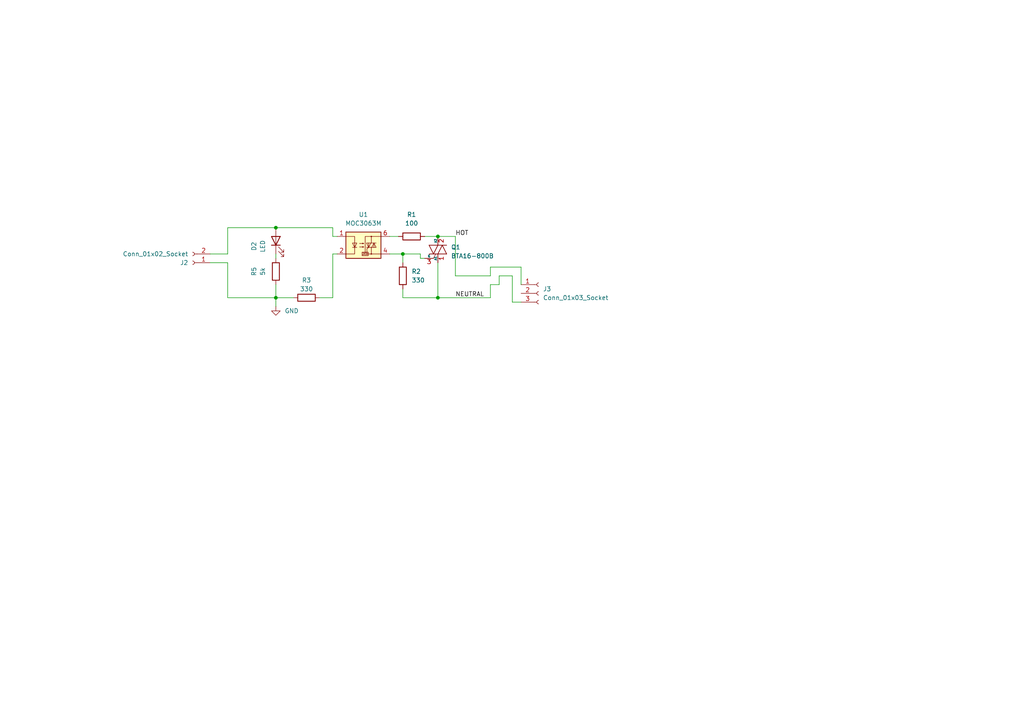
<source format=kicad_sch>
(kicad_sch (version 20250114) (generator "eeschema") (generator_version "9.0")
  (paper "A4")
  (lib_symbols
    (symbol "Connector:Conn_01x02_Socket" (pin_names (offset 1.016) (hide yes))
      (property "Reference" "J" (at 0 2.54 0))
      (property "Value" "Conn_01x02_Socket" (at 0 -5.08 0))
      (symbol "Conn_01x02_Socket_1_1"
        (polyline (pts (xy -1.27 0) (xy -0.508 0)) (stroke (width 0.1524)))
        (polyline (pts (xy -1.27 -2.54) (xy -0.508 -2.54)) (stroke (width 0.1524)))
        (arc (start 0 -0.508) (mid -0.5058 0) (end 0 0.508) (stroke (width 0.1524)))
        (arc (start 0 -3.048) (mid -0.5058 -2.54) (end 0 -2.032) (stroke (width 0.1524)))
        (pin passive line (at -5.08 0 0) (length 3.81) (name "Pin_1") (number "1"))
        (pin passive line (at -5.08 -2.54 0) (length 3.81) (name "Pin_2") (number "2"))
      )
    )
    (symbol "Connector:Conn_01x03_Socket" (pin_names (offset 1.016) (hide yes))
      (property "Reference" "J" (at 0 5.08 0))
      (property "Value" "Conn_01x03_Socket" (at 0 -5.08 0))
      (symbol "Conn_01x03_Socket_1_1"
        (polyline (pts (xy -1.27 2.54) (xy -0.508 2.54)) (stroke (width 0.1524)))
        (polyline (pts (xy -1.27 0) (xy -0.508 0)) (stroke (width 0.1524)))
        (polyline (pts (xy -1.27 -2.54) (xy -0.508 -2.54)) (stroke (width 0.1524)))
        (arc (start 0 2.032) (mid -0.5058 2.54) (end 0 3.048) (stroke (width 0.1524)))
        (arc (start 0 -0.508) (mid -0.5058 0) (end 0 0.508) (stroke (width 0.1524)))
        (arc (start 0 -3.048) (mid -0.5058 -2.54) (end 0 -2.032) (stroke (width 0.1524)))
        (pin passive line (at -5.08 2.54 0) (length 3.81) (name "Pin_1") (number "1"))
        (pin passive line (at -5.08 0 0) (length 3.81) (name "Pin_2") (number "2"))
        (pin passive line (at -5.08 -2.54 0) (length 3.81) (name "Pin_3") (number "3"))
      )
    )
    (symbol "Device:LED" (pin_numbers (hide yes)) (pin_names (offset 1.016) (hide yes))
      (property "Reference" "D" (at 0 2.54 0))
      (property "Value" "LED" (at 0 -2.54 0))
      (symbol "LED_0_1"
        (polyline (pts (xy -3.048 -0.762) (xy -4.572 -2.286) (xy -3.81 -2.286) (xy -4.572 -2.286) (xy -4.572 -1.524)))
        (polyline (pts (xy -1.778 -0.762) (xy -3.302 -2.286) (xy -2.54 -2.286) (xy -3.302 -2.286) (xy -3.302 -1.524)))
        (polyline (pts (xy -1.27 0) (xy 1.27 0)))
        (polyline (pts (xy -1.27 -1.27) (xy -1.27 1.27)) (stroke (width 0.254)))
        (polyline (pts (xy 1.27 -1.27) (xy 1.27 1.27) (xy -1.27 0) (xy 1.27 -1.27)) (stroke (width 0.254)))
      )
      (symbol "LED_1_1"
        (pin passive line (at -3.81 0 0) (length 2.54) (name "K") (number "1"))
        (pin passive line (at 3.81 0 180) (length 2.54) (name "A") (number "2"))
      )
    )
    (symbol "Device:R" (pin_numbers (hide yes)) (pin_names (offset 0))
      (property "Reference" "R" (at 2.032 0 90))
      (property "Value" "R" (at 0 0 90))
      (symbol "R_0_1"
        (rectangle (start -1.016 -2.54) (end 1.016 2.54) (stroke (width 0.254)))
      )
      (symbol "R_1_1"
        (pin passive line (at 0 3.81 270) (length 1.27) (name "~") (number "1"))
        (pin passive line (at 0 -3.81 90) (length 1.27) (name "~") (number "2"))
      )
    )
    (symbol "Relay_SolidState:MOC3063M"
      (property "Reference" "U" (at -5.08 5.08 0))
      (property "Value" "MOC3063M" (at 0 5.08 0))
      (symbol "MOC3063M_0_0"
        (rectangle (start -0.381 -2.032) (end 1.397 -3.048))
        (polyline (pts (xy 1.524 -0.635) (xy 1.016 -1.016) (xy 1.016 -2.032)))
        (polyline (pts (xy 2.286 -2.54) (xy 1.397 -2.54)))
        (text "ZCD" (at 0.508 -2.54 0) (effects (font (size 0.508 0.508))))
      )
      (symbol "MOC3063M_0_1"
        (rectangle (start -5.08 3.81) (end 5.08 -3.81) (stroke (width 0.254)) (fill (type background)))
        (polyline (pts (xy -5.08 2.54) (xy -2.54 2.54) (xy -2.54 -2.54) (xy -5.08 -2.54)))
        (polyline (pts (xy -3.175 -0.635) (xy -1.905 -0.635)))
        (polyline (pts (xy -2.54 -0.635) (xy -3.175 0.635) (xy -1.905 0.635) (xy -2.54 -0.635)))
        (polyline (pts (xy -1.143 0.508) (xy 0.127 0.508) (xy -0.254 0.381) (xy -0.254 0.635) (xy 0.127 0.508)))
        (polyline (pts (xy -1.143 -0.508) (xy 0.127 -0.508) (xy -0.254 -0.635) (xy -0.254 -0.381) (xy 0.127 -0.508)))
        (polyline (pts (xy 0.889 -0.635) (xy 3.683 -0.635) (xy 3.048 0.635) (xy 2.413 -0.635)))
        (polyline (pts (xy 1.524 -0.635) (xy 1.524 0.635)))
        (polyline (pts (xy 2.286 2.54) (xy 0.508 2.54) (xy 0.508 -2.032)))
        (circle (center 2.286 2.54) (radius 0.127))
        (polyline (pts (xy 2.286 0.635) (xy 2.286 2.54) (xy 5.08 2.54)))
        (polyline (pts (xy 2.286 -0.635) (xy 2.286 -2.54) (xy 5.08 -2.54)))
        (circle (center 2.286 -2.54) (radius 0.127))
        (polyline (pts (xy 3.048 0.635) (xy 3.048 -0.635)))
        (polyline (pts (xy 3.683 0.635) (xy 0.889 0.635) (xy 1.524 -0.635) (xy 2.159 0.635)))
      )
      (symbol "MOC3063M_1_1"
        (pin passive line (at -7.62 2.54 0) (length 2.54) (name "~") (number "1"))
        (pin passive line (at -7.62 -2.54 0) (length 2.54) (name "~") (number "2"))
        (pin no_connect line (at -5.08 0 0) (length 2.54) (hide yes) (name "NC") (number "3"))
        (pin no_connect line (at 5.08 0 180) (length 2.54) (hide yes) (name "NC") (number "5"))
        (pin passive line (at 7.62 2.54 180) (length 2.54) (name "~") (number "6"))
        (pin passive line (at 7.62 -2.54 180) (length 2.54) (name "~") (number "4"))
      )
    )
    (symbol "Triac_Thyristor:BTA16-800B" (pin_names (offset 0))
      (property "Reference" "Q" (at 5.08 1.905 0))
      (property "Value" "BTA16-800B" (at 5.08 0 0))
      (symbol "BTA16-800B_0_1"
        (polyline (pts (xy -2.54 1.27) (xy 2.54 1.27)) (stroke (width 0.2032)))
        (polyline (pts (xy -2.54 1.27) (xy -1.27 -1.27) (xy 0 1.27)) (stroke (width 0.2032)))
        (polyline (pts (xy -2.54 -1.27) (xy 2.54 -1.27)) (stroke (width 0.2032)))
        (polyline (pts (xy -1.27 -2.54) (xy -0.635 -1.27)))
        (polyline (pts (xy 0 -1.27) (xy 1.27 1.27) (xy 2.54 -1.27)) (stroke (width 0.2032)))
      )
      (symbol "BTA16-800B_1_1"
        (pin input line (at -3.81 -2.54 0) (length 2.54) (name "G") (number "3"))
        (pin passive line (at 0 3.81 270) (length 2.54) (name "A2") (number "2"))
        (pin passive line (at 0 -3.81 90) (length 2.54) (name "A1") (number "1"))
      )
    )
    (symbol "power:GND" (power) (pin_numbers (hide yes)) (pin_names (offset 0) (hide yes))
      (property "Value" "GND" (at 0 -3.81 0))
      (symbol "GND_0_1"
        (polyline (pts (xy 0 0) (xy 0 -1.27) (xy 1.27 -1.27) (xy 0 -2.54) (xy -1.27 -1.27) (xy 0 -1.27)))
      )
      (symbol "GND_1_1"
        (pin power_in line (at 0 0 270) (length 0) (name "~") (number "1"))
      )
    )
  )
  (junction (at 80.01 86.36))
  (junction (at 116.84 73.66))
  (junction (at 127 86.36))
  (junction (at 127 68.58))
  (junction (at 80.01 66.04))
  (wire (pts (xy 66.04 86.36) (xy 80.01 86.36)))
  (wire (pts (xy 132.08 68.58) (xy 132.08 80.01)))
  (wire (pts (xy 85.09 86.36) (xy 80.01 86.36)))
  (wire (pts (xy 121.92 74.93) (xy 121.92 73.66)))
  (wire (pts (xy 116.84 73.66) (xy 113.03 73.66)))
  (wire (pts (xy 151.13 77.47) (xy 151.13 82.55)))
  (wire (pts (xy 127 68.58) (xy 132.08 68.58)))
  (wire (pts (xy 142.24 86.36) (xy 142.24 82.55)))
  (wire (pts (xy 96.52 73.66) (xy 96.52 86.36)))
  (wire (pts (xy 96.52 68.58) (xy 97.79 68.58)))
  (wire (pts (xy 66.04 73.66) (xy 66.04 66.04)))
  (wire (pts (xy 80.01 74.93) (xy 80.01 73.66)))
  (wire (pts (xy 148.59 80.01) (xy 148.59 87.63)))
  (wire (pts (xy 96.52 68.58) (xy 96.52 66.04)))
  (wire (pts (xy 123.19 68.58) (xy 127 68.58)))
  (wire (pts (xy 142.24 77.47) (xy 151.13 77.47)))
  (wire (pts (xy 60.96 76.2) (xy 66.04 76.2)))
  (wire (pts (xy 96.52 66.04) (xy 80.01 66.04)))
  (wire (pts (xy 116.84 83.82) (xy 116.84 86.36)))
  (wire (pts (xy 116.84 73.66) (xy 116.84 76.2)))
  (wire (pts (xy 127 76.2) (xy 127 86.36)))
  (wire (pts (xy 113.03 68.58) (xy 115.57 68.58)))
  (wire (pts (xy 148.59 87.63) (xy 151.13 87.63)))
  (wire (pts (xy 142.24 82.55) (xy 144.78 82.55)))
  (wire (pts (xy 96.52 86.36) (xy 92.71 86.36)))
  (wire (pts (xy 132.08 80.01) (xy 142.24 80.01)))
  (wire (pts (xy 127 86.36) (xy 142.24 86.36)))
  (wire (pts (xy 66.04 66.04) (xy 80.01 66.04)))
  (wire (pts (xy 142.24 80.01) (xy 142.24 77.47)))
  (wire (pts (xy 66.04 76.2) (xy 66.04 86.36)))
  (wire (pts (xy 144.78 82.55) (xy 144.78 80.01)))
  (wire (pts (xy 121.92 73.66) (xy 116.84 73.66)))
  (wire (pts (xy 144.78 80.01) (xy 148.59 80.01)))
  (wire (pts (xy 116.84 86.36) (xy 127 86.36)))
  (wire (pts (xy 60.96 73.66) (xy 66.04 73.66)))
  (wire (pts (xy 80.01 86.36) (xy 80.01 88.9)))
  (wire (pts (xy 121.92 74.93) (xy 123.19 74.93)))
  (wire (pts (xy 80.01 82.55) (xy 80.01 86.36)))
  (wire (pts (xy 97.79 73.66) (xy 96.52 73.66)))
  (label "NEUTRAL" (at 132.08 86.36 0))
  (label "HOT" (at 132.08 68.58 0))
  (symbol (lib_id "Relay_SolidState:MOC3063M") (at 105.41 71.12 0) (unit 1)
    (property "Reference" "U1" (at 105.41 62.23 0))
    (property "Value" "MOC3063M" (at 105.41 64.77 0))
    (property "Footprint" "Package_DIP:DIP-6_W7.62mm" (effects (hide yes)))
    (property "Datasheet" "https://www.onsemi.com/pub/Collateral/MOC3163M-D.pdf" (effects (hide yes)))
    (property "Description" "Zero Cross Opto-Triac, Vdrm 600V, Ift 5mA, DIP6" (effects (hide yes)))
  )
  (symbol (lib_id "Connector:Conn_01x03_Socket") (at 156.21 85.09 0) (unit 1)
    (property "Reference" "J3" (at 157.48 83.8199 0) (effects (justify left)))
    (property "Value" "Conn_01x03_Socket" (at 157.48 86.3599 0) (effects (justify left)))
    (property "Footprint" "Connector_JST:JST_VH_B3P-VH_1x03_P3.96mm_Vertical" (effects (hide yes)))
    (property "Description" "Generic connector, single row, 01x03, script generated" (effects (hide yes)))
  )
  (symbol (lib_id "Connector:Conn_01x02_Socket") (at 55.88 76.2 180) (unit 1)
    (property "Reference" "J2" (at 54.61 76.2001 0) (effects (justify left)))
    (property "Value" "Conn_01x02_Socket" (at 54.61 73.6601 0) (effects (justify left)))
    (property "Footprint" "Connector_JST:JST_XH_B2B-XH-A_1x02_P2.50mm_Vertical" (effects (hide yes)))
    (property "Description" "Generic connector, single row, 01x02, script generated" (effects (hide yes)))
  )
  (symbol (lib_id "Device:R") (at 119.38 68.58 90) (unit 1)
    (property "Reference" "R1" (at 119.38 62.23 90))
    (property "Value" "100" (at 119.38 64.77 90))
    (property "Footprint" "Resistor_SMD:R_1206_3216Metric_Pad1.30x1.75mm_HandSolder" (effects (hide yes)))
    (property "Description" "Resistor" (effects (hide yes)))
  )
  (symbol (lib_id "Triac_Thyristor:BTA16-800B") (at 127 72.39 0) (unit 1)
    (property "Reference" "Q1" (at 130.81 71.7041 0) (effects (justify left)))
    (property "Value" "BTA16-800B" (at 130.81 74.2441 0) (effects (justify left)))
    (property "Footprint" "Package_TO_SOT_THT:TO-220-3_Vertical" (effects (hide yes)))
    (property "Datasheet" "https://www.st.com/resource/en/datasheet/bta16.pdf" (effects (hide yes)))
    (property "Description" "16A RMS, 800V Off-State Voltage, 50mA Sensitivity, Insulated, Triac, TO-220" (effects (hide yes)))
  )
  (symbol (lib_id "Device:R") (at 80.01 78.74 0) (unit 1)
    (property "Reference" "R5" (at 73.66 78.74 90))
    (property "Value" "5k" (at 76.2 78.74 90))
    (property "Footprint" "Resistor_SMD:R_1206_3216Metric_Pad1.30x1.75mm_HandSolder" (effects (hide yes)))
    (property "Description" "Resistor" (effects (hide yes)))
  )
  (symbol (lib_id "Device:R") (at 116.84 80.01 0) (unit 1)
    (property "Reference" "R2" (at 119.38 78.7399 0) (effects (justify left)))
    (property "Value" "330" (at 119.38 81.2799 0) (effects (justify left)))
    (property "Footprint" "Resistor_SMD:R_1206_3216Metric_Pad1.30x1.75mm_HandSolder" (effects (hide yes)))
    (property "Description" "Resistor" (effects (hide yes)))
  )
  (symbol (lib_id "power:GND") (at 80.01 88.9 0) (unit 1)
    (property "Reference" "#PWR01" (effects (hide yes)))
    (property "Value" "GND" (at 82.55 90.1699 0) (effects (justify left)))
    (property "Description" "Power symbol creates a global label with name \"GND\" , ground" (effects (hide yes)))
  )
  (symbol (lib_id "Device:LED") (at 80.01 69.85 90) (unit 1)
    (property "Reference" "D2" (at 73.66 71.4375 0))
    (property "Value" "LED" (at 76.2 71.4375 0))
    (property "Footprint" "LED_SMD:LED_0805_2012Metric_Pad1.15x1.40mm_HandSolder" (effects (hide yes)))
    (property "Description" "Light emitting diode" (effects (hide yes)))
    (property "Sim.Pins" "1=K 2=A" (effects (hide yes)))
  )
  (symbol (lib_id "Device:R") (at 88.9 86.36 90) (unit 1)
    (property "Reference" "R3" (at 88.9 81.28 90))
    (property "Value" "330" (at 88.9 83.82 90))
    (property "Footprint" "Resistor_SMD:R_1206_3216Metric_Pad1.30x1.75mm_HandSolder" (effects (hide yes)))
    (property "Description" "Resistor" (effects (hide yes)))
  )
)
</source>
